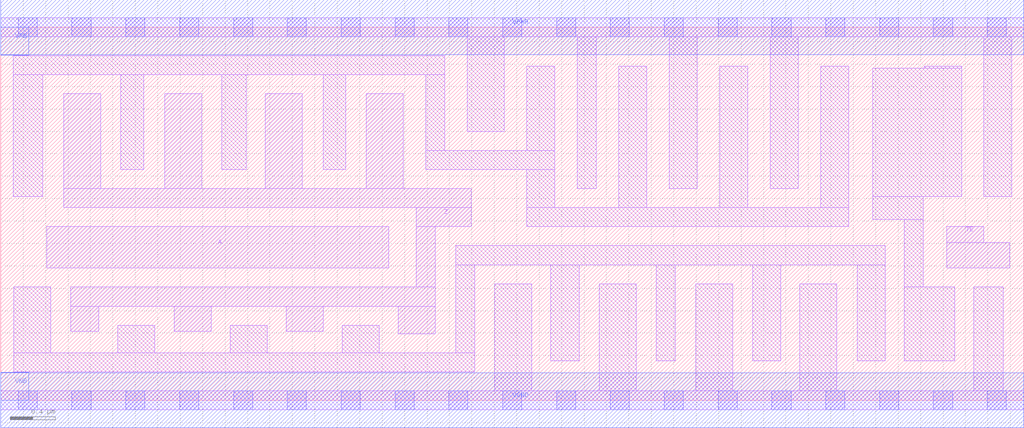
<source format=lef>
# Copyright 2020 The SkyWater PDK Authors
#
# Licensed under the Apache License, Version 2.0 (the "License");
# you may not use this file except in compliance with the License.
# You may obtain a copy of the License at
#
#     https://www.apache.org/licenses/LICENSE-2.0
#
# Unless required by applicable law or agreed to in writing, software
# distributed under the License is distributed on an "AS IS" BASIS,
# WITHOUT WARRANTIES OR CONDITIONS OF ANY KIND, either express or implied.
# See the License for the specific language governing permissions and
# limitations under the License.
#
# SPDX-License-Identifier: Apache-2.0

VERSION 5.5 ;
NAMESCASESENSITIVE ON ;
BUSBITCHARS "[]" ;
DIVIDERCHAR "/" ;
MACRO sky130_fd_sc_hs__einvp_8
  CLASS CORE ;
  SOURCE USER ;
  ORIGIN  0.000000  0.000000 ;
  SIZE  9.120000 BY  3.330000 ;
  SYMMETRY X Y ;
  SITE unit ;
  PIN A
    ANTENNAGATEAREA  2.232000 ;
    DIRECTION INPUT ;
    USE SIGNAL ;
    PORT
      LAYER li1 ;
        RECT 0.410000 1.180000 3.460000 1.550000 ;
    END
  END A
  PIN TE
    ANTENNAGATEAREA  1.167000 ;
    DIRECTION INPUT ;
    USE SIGNAL ;
    PORT
      LAYER li1 ;
        RECT 8.435000 1.180000 8.995000 1.410000 ;
        RECT 8.435000 1.410000 8.765000 1.550000 ;
    END
  END TE
  PIN Z
    ANTENNADIFFAREA  2.328200 ;
    DIRECTION OUTPUT ;
    USE SIGNAL ;
    PORT
      LAYER li1 ;
        RECT 0.560000 1.720000 4.195000 1.890000 ;
        RECT 0.560000 1.890000 0.890000 2.735000 ;
        RECT 0.625000 0.615000 0.875000 0.840000 ;
        RECT 0.625000 0.840000 3.875000 1.010000 ;
        RECT 1.460000 1.890000 1.790000 2.735000 ;
        RECT 1.545000 0.615000 1.875000 0.840000 ;
        RECT 2.360000 1.890000 2.690000 2.735000 ;
        RECT 2.545000 0.615000 2.875000 0.840000 ;
        RECT 3.260000 1.890000 3.590000 2.735000 ;
        RECT 3.545000 0.595000 3.875000 0.840000 ;
        RECT 3.705000 1.010000 3.875000 1.550000 ;
        RECT 3.705000 1.550000 4.195000 1.720000 ;
    END
  END Z
  PIN VGND
    DIRECTION INOUT ;
    USE GROUND ;
    PORT
      LAYER met1 ;
        RECT 0.000000 -0.245000 9.120000 0.245000 ;
    END
  END VGND
  PIN VNB
    DIRECTION INOUT ;
    USE GROUND ;
    PORT
    END
  END VNB
  PIN VPB
    DIRECTION INOUT ;
    USE POWER ;
    PORT
    END
  END VPB
  PIN VNB
    DIRECTION INOUT ;
    USE GROUND ;
    PORT
      LAYER met1 ;
        RECT 0.000000 0.000000 0.250000 0.250000 ;
    END
  END VNB
  PIN VPB
    DIRECTION INOUT ;
    USE POWER ;
    PORT
      LAYER met1 ;
        RECT 0.000000 3.080000 0.250000 3.330000 ;
    END
  END VPB
  PIN VPWR
    DIRECTION INOUT ;
    USE POWER ;
    PORT
      LAYER met1 ;
        RECT 0.000000 3.085000 9.120000 3.575000 ;
    END
  END VPWR
  OBS
    LAYER li1 ;
      RECT 0.000000 -0.085000 9.120000 0.085000 ;
      RECT 0.000000  3.245000 9.120000 3.415000 ;
      RECT 0.110000  1.820000 0.375000 2.905000 ;
      RECT 0.110000  2.905000 3.960000 3.075000 ;
      RECT 0.115000  0.255000 4.225000 0.425000 ;
      RECT 0.115000  0.425000 0.445000 1.010000 ;
      RECT 1.045000  0.425000 1.375000 0.670000 ;
      RECT 1.070000  2.060000 1.275000 2.905000 ;
      RECT 1.970000  2.060000 2.190000 2.905000 ;
      RECT 2.045000  0.425000 2.375000 0.670000 ;
      RECT 2.875000  2.060000 3.075000 2.905000 ;
      RECT 3.045000  0.425000 3.375000 0.670000 ;
      RECT 3.790000  2.060000 4.940000 2.230000 ;
      RECT 3.790000  2.230000 3.960000 2.905000 ;
      RECT 4.055000  0.425000 4.225000 1.210000 ;
      RECT 4.055000  1.210000 7.885000 1.380000 ;
      RECT 4.160000  2.400000 4.490000 3.245000 ;
      RECT 4.405000  0.085000 4.735000 1.040000 ;
      RECT 4.690000  1.550000 7.560000 1.720000 ;
      RECT 4.690000  1.720000 4.940000 2.060000 ;
      RECT 4.690000  2.230000 4.940000 2.980000 ;
      RECT 4.905000  0.350000 5.155000 1.210000 ;
      RECT 5.140000  1.890000 5.310000 3.245000 ;
      RECT 5.335000  0.085000 5.665000 1.040000 ;
      RECT 5.510000  1.720000 5.760000 2.980000 ;
      RECT 5.845000  0.350000 6.015000 1.210000 ;
      RECT 5.960000  1.890000 6.210000 3.245000 ;
      RECT 6.195000  0.085000 6.525000 1.040000 ;
      RECT 6.410000  1.720000 6.660000 2.980000 ;
      RECT 6.705000  0.350000 6.955000 1.210000 ;
      RECT 6.860000  1.890000 7.110000 3.245000 ;
      RECT 7.125000  0.085000 7.455000 1.040000 ;
      RECT 7.310000  1.720000 7.560000 2.980000 ;
      RECT 7.635000  0.350000 7.885000 1.210000 ;
      RECT 7.775000  1.615000 8.225000 1.820000 ;
      RECT 7.775000  1.820000 8.565000 2.965000 ;
      RECT 8.055000  0.350000 8.505000 1.010000 ;
      RECT 8.055000  1.010000 8.225000 1.615000 ;
      RECT 8.235000  2.965000 8.565000 2.980000 ;
      RECT 8.675000  0.085000 8.935000 1.010000 ;
      RECT 8.765000  1.820000 9.015000 3.245000 ;
    LAYER mcon ;
      RECT 0.155000 -0.085000 0.325000 0.085000 ;
      RECT 0.155000  3.245000 0.325000 3.415000 ;
      RECT 0.635000 -0.085000 0.805000 0.085000 ;
      RECT 0.635000  3.245000 0.805000 3.415000 ;
      RECT 1.115000 -0.085000 1.285000 0.085000 ;
      RECT 1.115000  3.245000 1.285000 3.415000 ;
      RECT 1.595000 -0.085000 1.765000 0.085000 ;
      RECT 1.595000  3.245000 1.765000 3.415000 ;
      RECT 2.075000 -0.085000 2.245000 0.085000 ;
      RECT 2.075000  3.245000 2.245000 3.415000 ;
      RECT 2.555000 -0.085000 2.725000 0.085000 ;
      RECT 2.555000  3.245000 2.725000 3.415000 ;
      RECT 3.035000 -0.085000 3.205000 0.085000 ;
      RECT 3.035000  3.245000 3.205000 3.415000 ;
      RECT 3.515000 -0.085000 3.685000 0.085000 ;
      RECT 3.515000  3.245000 3.685000 3.415000 ;
      RECT 3.995000 -0.085000 4.165000 0.085000 ;
      RECT 3.995000  3.245000 4.165000 3.415000 ;
      RECT 4.475000 -0.085000 4.645000 0.085000 ;
      RECT 4.475000  3.245000 4.645000 3.415000 ;
      RECT 4.955000 -0.085000 5.125000 0.085000 ;
      RECT 4.955000  3.245000 5.125000 3.415000 ;
      RECT 5.435000 -0.085000 5.605000 0.085000 ;
      RECT 5.435000  3.245000 5.605000 3.415000 ;
      RECT 5.915000 -0.085000 6.085000 0.085000 ;
      RECT 5.915000  3.245000 6.085000 3.415000 ;
      RECT 6.395000 -0.085000 6.565000 0.085000 ;
      RECT 6.395000  3.245000 6.565000 3.415000 ;
      RECT 6.875000 -0.085000 7.045000 0.085000 ;
      RECT 6.875000  3.245000 7.045000 3.415000 ;
      RECT 7.355000 -0.085000 7.525000 0.085000 ;
      RECT 7.355000  3.245000 7.525000 3.415000 ;
      RECT 7.835000 -0.085000 8.005000 0.085000 ;
      RECT 7.835000  3.245000 8.005000 3.415000 ;
      RECT 8.315000 -0.085000 8.485000 0.085000 ;
      RECT 8.315000  3.245000 8.485000 3.415000 ;
      RECT 8.795000 -0.085000 8.965000 0.085000 ;
      RECT 8.795000  3.245000 8.965000 3.415000 ;
  END
END sky130_fd_sc_hs__einvp_8
END LIBRARY

</source>
